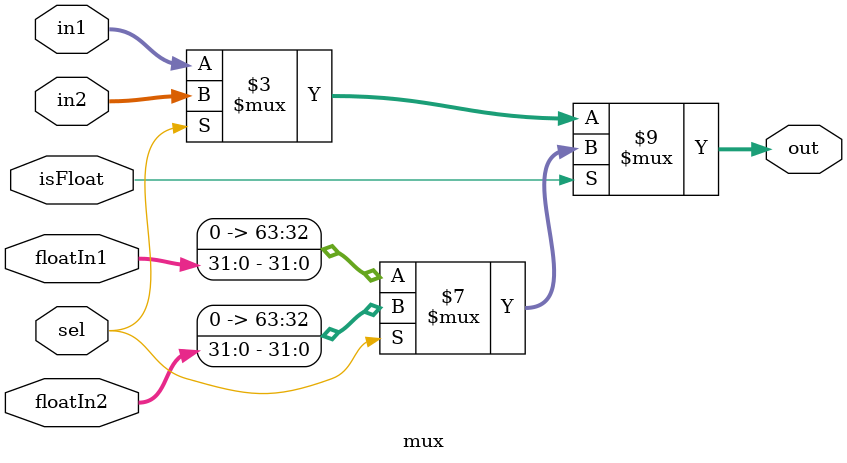
<source format=v>
`timescale 1ns / 1ps
module mux(
    input wire [63:0] in1,           // Integer input 1
    input wire [63:0] in2,           // Integer input 2
    input wire [31:0] floatIn1,      // Floating-point input 1
    input wire [31:0] floatIn2,      // Floating-point input 2
    input wire sel,                  // Select signal
    input wire isFloat,              // Data type selector: 1 = Floating-point, 0 = Integer
    output reg [63:0] out            // Output
);
    always @(*) begin
        if (isFloat) begin
            // Handle floating-point data
            if (sel)
                out <= {32'b0, floatIn2}; // Zero-extend 32-bit floating-point input 2
            else
                out <= {32'b0, floatIn1}; // Zero-extend 32-bit floating-point input 1
        end else begin
            // Handle integer data
            if (sel)
                out <= in2;
            else
                out <= in1;
        end
    end
endmodule

//module mux(
//    input wire [63:0] in1, 
//    input wire [63:0] in2, 
//    input wire sel,
//    output reg [63:0] out
//);
//    always @(in1 or in2 or sel) begin
//        if (sel)
//            out <= in2;
//        else
//            out <= in1;
//    end
//endmodule


</source>
